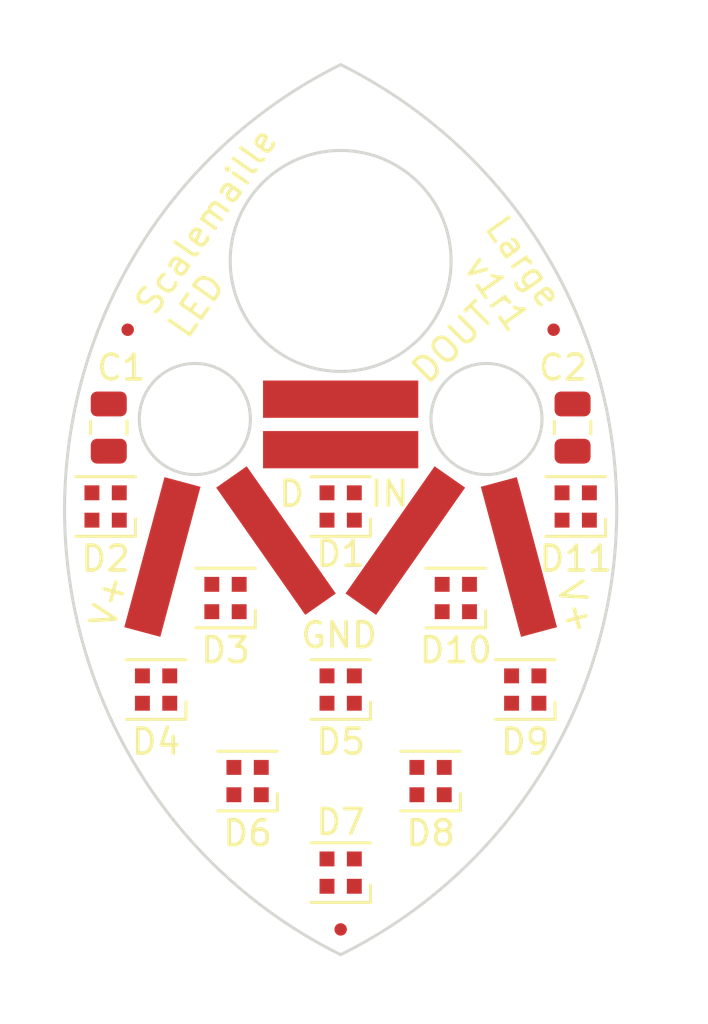
<source format=kicad_pcb>
(kicad_pcb (version 20210228) (generator pcbnew)
  (title_block (title "CCA Voice") (date "2021-05-01") (rev "v1r0") (company "MWS Fabrication"))
  (layers (0 "F.Cu" signal) (31 "B.Cu" signal) (34 "B.Paste" user) (35 "F.Paste" user) (36 "B.SilkS" user "B.Silkscreen") (37 "F.SilkS" user "F.Silkscreen") (38 "B.Mask" user) (39 "F.Mask" user) (44 "Edge.Cuts" user))
  (net 0 "")
  (net 1 "GND")
  (net 2 "/DIN")
  (net 3 "VCC")
  (net 4 "Net-(D1-Pad2)")
  (net 8 "Net-(D8-Pad4)")
  (net 10 "/DOUT")
  (net 14 "Net-(D10-Pad2)")
  (footprint "SMT_24AWG_Pad:SMT_24AWG_Pad" (layer "F.Cu") (at 33.909 44.5516 -55)
    (fp_text reference "TP1")
    (fp_text value "GND")
    (pad "1" smd rect (at 0 0 305) (size 6.25 1.5) (layers "F.Cu" "F.Paste" "F.Mask") (net 1 "GND"))
  )
  (footprint "SK6805_2020:LED_SK6805_2.0x2.0mm" (layer "F.Cu") (at 32.766 54.229)
    (fp_text reference "D6" (at 0 2.1 180) (layer "F.SilkS"))
    (fp_text value "SK6805")
    (fp_line (start -1.2 1.2) (end 1.2 1.2) (layer "F.SilkS") (width 0.12))
    (fp_line (start 1.2 1.2) (end 1.2 0.5) (layer "F.SilkS") (width 0.12))
    (fp_line (start -1.2 -1.2) (end 1.2 -1.2) (layer "F.SilkS") (width 0.12))
    (pad "1" smd rect (at 0.55 0.55) (size 0.6 0.6) (layers "F.Cu" "F.Paste" "F.Mask") (net 3 "VCC"))
    (pad "2" smd rect (at 0.55 -0.55) (size 0.6 0.6) (layers "F.Cu" "F.Paste" "F.Mask"))
    (pad "3" smd rect (at -0.55 -0.55) (size 0.6 0.6) (layers "F.Cu" "F.Paste" "F.Mask") (net 1 "GND"))
    (pad "4" smd rect (at -0.55 0.55) (size 0.6 0.6) (layers "F.Cu" "F.Paste" "F.Mask") (net 8 "Net-(D8-Pad4)"))
  )
  (footprint "SMT_24AWG_Pad:SMT_24AWG_Pad" (layer "F.Cu") (at 36.5125 38.862)
    (fp_text reference "TP6")
    (fp_text value "DOUT" (at 4.5085 -2.286 45 unlocked) (layer "F.SilkS"))
    (pad "1" smd rect (at 0 0) (size 6.25 1.5) (layers "F.Cu" "F.Paste" "F.Mask") (net 10 "/DOUT"))
  )
  (footprint "SMT_24AWG_Pad:SMT_24AWG_Pad" (layer "F.Cu") (at 29.337 45.212 75)
    (fp_text reference "TP4")
    (fp_text value "V+" (at -2.276206 -1.625254 75 unlocked) (layer "F.SilkS"))
    (pad "1" smd rect (at 0 0 75) (size 6.25 1.5) (layers "F.Cu" "F.Paste" "F.Mask") (net 3 "VCC"))
  )
  (footprint "Fiducial:Fiducial_0.5mm_Mask1mm" (layer "F.Cu") (at 27.94 36.068)
    (fp_text reference "FID2")
    (fp_text value "Fiducial")
    (pad "" smd circle (at 0 0) (size 0.5 0.5) (layers "F.Cu" "F.Mask") (clearance 0.25))
  )
  (footprint "SK6805_2020:LED_SK6805_2.0x2.0mm" (layer "F.Cu") (at 31.877 46.863)
    (fp_text reference "D3" (at 0 2.1 180) (layer "F.SilkS"))
    (fp_text value "SK6805")
    (fp_line (start -1.2 -1.2) (end 1.2 -1.2) (layer "F.SilkS") (width 0.12))
    (fp_line (start -1.2 1.2) (end 1.2 1.2) (layer "F.SilkS") (width 0.12))
    (fp_line (start 1.2 1.2) (end 1.2 0.5) (layer "F.SilkS") (width 0.12))
    (pad "1" smd rect (at 0.55 0.55) (size 0.6 0.6) (layers "F.Cu" "F.Paste" "F.Mask") (net 3 "VCC"))
    (pad "2" smd rect (at 0.55 -0.55) (size 0.6 0.6) (layers "F.Cu" "F.Paste" "F.Mask"))
    (pad "3" smd rect (at -0.55 -0.55) (size 0.6 0.6) (layers "F.Cu" "F.Paste" "F.Mask") (net 1 "GND"))
    (pad "4" smd rect (at -0.55 0.55) (size 0.6 0.6) (layers "F.Cu" "F.Paste" "F.Mask") (net 2 "/DIN"))
  )
  (footprint "Capacitor_SMD:C_0805_2012Metric" (layer "F.Cu") (at 45.847 40.005 -90)
    (fp_text reference "C2" (at -2.413 0.381 180) (layer "F.SilkS"))
    (fp_text value "C_Small")
    (fp_line (start -0.261252 -0.735) (end 0.261252 -0.735) (layer "F.SilkS") (width 0.12))
    (fp_line (start -0.261252 0.735) (end 0.261252 0.735) (layer "F.SilkS") (width 0.12))
    (pad "1" smd roundrect (at -0.95 0 270) (size 1 1.45) (layers "F.Cu" "F.Paste" "F.Mask") (net 3 "VCC"))
    (pad "2" smd roundrect (at 0.95 0 270) (size 1 1.45) (layers "F.Cu" "F.Paste" "F.Mask") (net 1 "GND"))
  )
  (footprint "SK6805_2020:LED_SK6805_2.0x2.0mm" (layer "F.Cu") (at 40.132 54.229)
    (fp_text reference "D8" (at 0 2.1 180) (layer "F.SilkS"))
    (fp_text value "SK6805")
    (fp_line (start -1.2 1.2) (end 1.2 1.2) (layer "F.SilkS") (width 0.12))
    (fp_line (start -1.2 -1.2) (end 1.2 -1.2) (layer "F.SilkS") (width 0.12))
    (fp_line (start 1.2 1.2) (end 1.2 0.5) (layer "F.SilkS") (width 0.12))
    (pad "1" smd rect (at 0.55 0.55) (size 0.6 0.6) (layers "F.Cu" "F.Paste" "F.Mask") (net 3 "VCC"))
    (pad "2" smd rect (at 0.55 -0.55) (size 0.6 0.6) (layers "F.Cu" "F.Paste" "F.Mask"))
    (pad "3" smd rect (at -0.55 -0.55) (size 0.6 0.6) (layers "F.Cu" "F.Paste" "F.Mask") (net 1 "GND"))
    (pad "4" smd rect (at -0.55 0.55) (size 0.6 0.6) (layers "F.Cu" "F.Paste" "F.Mask") (net 8 "Net-(D8-Pad4)"))
  )
  (footprint "SK6805_2020:LED_SK6805_2.0x2.0mm" (layer "F.Cu") (at 27.051 43.18)
    (fp_text reference "D2" (at 0 2.1 180) (layer "F.SilkS"))
    (fp_text value "SK6805")
    (fp_line (start 1.2 1.2) (end 1.2 0.5) (layer "F.SilkS") (width 0.12))
    (fp_line (start -1.2 -1.2) (end 1.2 -1.2) (layer "F.SilkS") (width 0.12))
    (fp_line (start -1.2 1.2) (end 1.2 1.2) (layer "F.SilkS") (width 0.12))
    (pad "1" smd rect (at 0.55 0.55) (size 0.6 0.6) (layers "F.Cu" "F.Paste" "F.Mask") (net 3 "VCC"))
    (pad "2" smd rect (at 0.55 -0.55) (size 0.6 0.6) (layers "F.Cu" "F.Paste" "F.Mask"))
    (pad "3" smd rect (at -0.55 -0.55) (size 0.6 0.6) (layers "F.Cu" "F.Paste" "F.Mask") (net 1 "GND"))
    (pad "4" smd rect (at -0.55 0.55) (size 0.6 0.6) (layers "F.Cu" "F.Paste" "F.Mask") (net 4 "Net-(D1-Pad2)"))
  )
  (footprint "SK6805_2020:LED_SK6805_2.0x2.0mm" (layer "F.Cu") (at 36.5125 50.546)
    (fp_text reference "D5" (at 0 2.1 180) (layer "F.SilkS"))
    (fp_text value "SK6805")
    (fp_line (start -1.2 -1.2) (end 1.2 -1.2) (layer "F.SilkS") (width 0.12))
    (fp_line (start -1.2 1.2) (end 1.2 1.2) (layer "F.SilkS") (width 0.12))
    (fp_line (start 1.2 1.2) (end 1.2 0.5) (layer "F.SilkS") (width 0.12))
    (pad "1" smd rect (at 0.55 0.55) (size 0.6 0.6) (layers "F.Cu" "F.Paste" "F.Mask") (net 3 "VCC"))
    (pad "2" smd rect (at 0.55 -0.55) (size 0.6 0.6) (layers "F.Cu" "F.Paste" "F.Mask") (net 8 "Net-(D8-Pad4)"))
    (pad "3" smd rect (at -0.55 -0.55) (size 0.6 0.6) (layers "F.Cu" "F.Paste" "F.Mask") (net 1 "GND"))
    (pad "4" smd rect (at -0.55 0.55) (size 0.6 0.6) (layers "F.Cu" "F.Paste" "F.Mask") (net 2 "/DIN"))
  )
  (footprint "SMT_24AWG_Pad:SMT_24AWG_Pad" (layer "F.Cu") (at 36.5125 40.894)
    (fp_text reference "TP5")
    (fp_text value "DIN")
    (pad "1" smd rect (at 0 0) (size 6.25 1.5) (layers "F.Cu" "F.Paste" "F.Mask") (net 2 "/DIN"))
  )
  (footprint "SK6805_2020:LED_SK6805_2.0x2.0mm" (layer "F.Cu") (at 43.942 50.546)
    (fp_text reference "D9" (at 0 2.1 180) (layer "F.SilkS"))
    (fp_text value "SK6805")
    (fp_line (start -1.2 -1.2) (end 1.2 -1.2) (layer "F.SilkS") (width 0.12))
    (fp_line (start 1.2 1.2) (end 1.2 0.5) (layer "F.SilkS") (width 0.12))
    (fp_line (start -1.2 1.2) (end 1.2 1.2) (layer "F.SilkS") (width 0.12))
    (pad "1" smd rect (at 0.55 0.55) (size 0.6 0.6) (layers "F.Cu" "F.Paste" "F.Mask") (net 3 "VCC"))
    (pad "2" smd rect (at 0.55 -0.55) (size 0.6 0.6) (layers "F.Cu" "F.Paste" "F.Mask") (net 10 "/DOUT"))
    (pad "3" smd rect (at -0.55 -0.55) (size 0.6 0.6) (layers "F.Cu" "F.Paste" "F.Mask") (net 1 "GND"))
    (pad "4" smd rect (at -0.55 0.55) (size 0.6 0.6) (layers "F.Cu" "F.Paste" "F.Mask") (net 8 "Net-(D8-Pad4)"))
  )
  (footprint "Capacitor_SMD:C_0805_2012Metric" (layer "F.Cu") (at 27.178 40.005 -90)
    (fp_text reference "C1" (at -2.413 -0.508 180) (layer "F.SilkS"))
    (fp_text value "C_Small")
    (fp_line (start -0.261252 0.735) (end 0.261252 0.735) (layer "F.SilkS") (width 0.12))
    (fp_line (start -0.261252 -0.735) (end 0.261252 -0.735) (layer "F.SilkS") (width 0.12))
    (pad "1" smd roundrect (at -0.95 0 270) (size 1 1.45) (layers "F.Cu" "F.Paste" "F.Mask") (net 3 "VCC"))
    (pad "2" smd roundrect (at 0.95 0 270) (size 1 1.45) (layers "F.Cu" "F.Paste" "F.Mask") (net 1 "GND"))
  )
  (footprint "SK6805_2020:LED_SK6805_2.0x2.0mm" (layer "F.Cu") (at 29.083 50.546)
    (fp_text reference "D4" (at 0 2.1 180) (layer "F.SilkS"))
    (fp_text value "SK6805")
    (fp_line (start -1.2 1.2) (end 1.2 1.2) (layer "F.SilkS") (width 0.12))
    (fp_line (start -1.2 -1.2) (end 1.2 -1.2) (layer "F.SilkS") (width 0.12))
    (fp_line (start 1.2 1.2) (end 1.2 0.5) (layer "F.SilkS") (width 0.12))
    (pad "1" smd rect (at 0.55 0.55) (size 0.6 0.6) (layers "F.Cu" "F.Paste" "F.Mask") (net 3 "VCC"))
    (pad "2" smd rect (at 0.55 -0.55) (size 0.6 0.6) (layers "F.Cu" "F.Paste" "F.Mask"))
    (pad "3" smd rect (at -0.55 -0.55) (size 0.6 0.6) (layers "F.Cu" "F.Paste" "F.Mask") (net 1 "GND"))
    (pad "4" smd rect (at -0.55 0.55) (size 0.6 0.6) (layers "F.Cu" "F.Paste" "F.Mask") (net 8 "Net-(D8-Pad4)"))
  )
  (footprint "SK6805_2020:LED_SK6805_2.0x2.0mm" (layer "F.Cu") (at 41.148 46.863)
    (fp_text reference "D10" (at 0 2.1 180) (layer "F.SilkS"))
    (fp_text value "SK6805")
    (fp_line (start -1.2 1.2) (end 1.2 1.2) (layer "F.SilkS") (width 0.12))
    (fp_line (start 1.2 1.2) (end 1.2 0.5) (layer "F.SilkS") (width 0.12))
    (fp_line (start -1.2 -1.2) (end 1.2 -1.2) (layer "F.SilkS") (width 0.12))
    (pad "1" smd rect (at 0.55 0.55) (size 0.6 0.6) (layers "F.Cu" "F.Paste" "F.Mask") (net 3 "VCC"))
    (pad "2" smd rect (at 0.55 -0.55) (size 0.6 0.6) (layers "F.Cu" "F.Paste" "F.Mask") (net 14 "Net-(D10-Pad2)"))
    (pad "3" smd rect (at -0.55 -0.55) (size 0.6 0.6) (layers "F.Cu" "F.Paste" "F.Mask") (net 1 "GND"))
    (pad "4" smd rect (at -0.55 0.55) (size 0.6 0.6) (layers "F.Cu" "F.Paste" "F.Mask") (net 2 "/DIN"))
  )
  (footprint "Fiducial:Fiducial_0.5mm_Mask1mm" (layer "F.Cu") (at 36.5125 60.198)
    (fp_text reference "FID1")
    (fp_text value "Fiducial")
    (pad "" smd circle (at 0 0) (size 0.5 0.5) (layers "F.Cu" "F.Mask") (clearance 0.25))
  )
  (footprint "SK6805_2020:LED_SK6805_2.0x2.0mm" (layer "F.Cu") (at 36.5125 43.18)
    (fp_text reference "D1" (at 0 1.905 180) (layer "F.SilkS"))
    (fp_text value "SK6805")
    (fp_line (start -1.2 1.2) (end 1.2 1.2) (layer "F.SilkS") (width 0.12))
    (fp_line (start 1.2 1.2) (end 1.2 0.5) (layer "F.SilkS") (width 0.12))
    (fp_line (start -1.2 -1.2) (end 1.2 -1.2) (layer "F.SilkS") (width 0.12))
    (pad "1" smd rect (at 0.55 0.55) (size 0.6 0.6) (layers "F.Cu" "F.Paste" "F.Mask") (net 3 "VCC"))
    (pad "2" smd rect (at 0.55 -0.55) (size 0.6 0.6) (layers "F.Cu" "F.Paste" "F.Mask") (net 4 "Net-(D1-Pad2)"))
    (pad "3" smd rect (at -0.55 -0.55) (size 0.6 0.6) (layers "F.Cu" "F.Paste" "F.Mask") (net 1 "GND"))
    (pad "4" smd rect (at -0.55 0.55) (size 0.6 0.6) (layers "F.Cu" "F.Paste" "F.Mask") (net 2 "/DIN"))
  )
  (footprint "SMT_24AWG_Pad:SMT_24AWG_Pad" (layer "F.Cu") (at 43.688 45.212 -75)
    (fp_text reference "TP3")
    (fp_text value "V+" (at 2.554422 -1.682186 -75 unlocked) (layer "F.SilkS"))
    (pad "1" smd rect (at 0 0 285) (size 6.25 1.5) (layers "F.Cu" "F.Paste" "F.Mask") (net 3 "VCC"))
  )
  (footprint "Fiducial:Fiducial_0.5mm_Mask1mm" (layer "F.Cu") (at 45.085 36.068)
    (fp_text reference "FID3")
    (fp_text value "Fiducial")
    (pad "" smd circle (at 0 0) (size 0.5 0.5) (layers "F.Cu" "F.Mask") (clearance 0.25))
  )
  (footprint "SK6805_2020:LED_SK6805_2.0x2.0mm" (layer "F.Cu") (at 36.5125 57.912)
    (fp_text reference "D7" (at 0 -2.032 180) (layer "F.SilkS"))
    (fp_text value "SK6805")
    (fp_line (start -1.2 1.2) (end 1.2 1.2) (layer "F.SilkS") (width 0.12))
    (fp_line (start -1.2 -1.2) (end 1.2 -1.2) (layer "F.SilkS") (width 0.12))
    (fp_line (start 1.2 1.2) (end 1.2 0.5) (layer "F.SilkS") (width 0.12))
    (pad "1" smd rect (at 0.55 0.55) (size 0.6 0.6) (layers "F.Cu" "F.Paste" "F.Mask") (net 3 "VCC"))
    (pad "2" smd rect (at 0.55 -0.55) (size 0.6 0.6) (layers "F.Cu" "F.Paste" "F.Mask"))
    (pad "3" smd rect (at -0.55 -0.55) (size 0.6 0.6) (layers "F.Cu" "F.Paste" "F.Mask") (net 1 "GND"))
    (pad "4" smd rect (at -0.55 0.55) (size 0.6 0.6) (layers "F.Cu" "F.Paste" "F.Mask") (net 8 "Net-(D8-Pad4)"))
  )
  (footprint "SK6805_2020:LED_SK6805_2.0x2.0mm" (layer "F.Cu") (at 45.974 43.18)
    (fp_text reference "D11" (at 0 2.1 180) (layer "F.SilkS"))
    (fp_text value "SK6805")
    (fp_line (start -1.2 -1.2) (end 1.2 -1.2) (layer "F.SilkS") (width 0.12))
    (fp_line (start -1.2 1.2) (end 1.2 1.2) (layer "F.SilkS") (width 0.12))
    (fp_line (start 1.2 1.2) (end 1.2 0.5) (layer "F.SilkS") (width 0.12))
    (pad "1" smd rect (at 0.55 0.55) (size 0.6 0.6) (layers "F.Cu" "F.Paste" "F.Mask") (net 3 "VCC"))
    (pad "2" smd rect (at 0.55 -0.55) (size 0.6 0.6) (layers "F.Cu" "F.Paste" "F.Mask"))
    (pad "3" smd rect (at -0.55 -0.55) (size 0.6 0.6) (layers "F.Cu" "F.Paste" "F.Mask") (net 1 "GND"))
    (pad "4" smd rect (at -0.55 0.55) (size 0.6 0.6) (layers "F.Cu" "F.Paste" "F.Mask") (net 14 "Net-(D10-Pad2)"))
  )
  (footprint "SMT_24AWG_Pad:SMT_24AWG_Pad" (layer "F.Cu") (at 39.116 44.5516 55)
    (fp_text reference "TP2")
    (fp_text value "GND" (at -4.650698 0.000648 unlocked) (layer "F.SilkS"))
    (pad "1" smd rect (at 0 0 55) (size 6.25 1.5) (layers "F.Cu" "F.Paste" "F.Mask") (net 1 "GND"))
  )
  (gr_arc (start 45.382143 43.307) (end 36.5125 25.4) (angle -127.3) (layer "Edge.Cuts") (width 0.12))
  (gr_circle (center 42.382008 39.659992) (end 44.617208 39.659992) (layer "Edge.Cuts") (width 0.12) (fill none))
  (gr_circle (center 30.642992 39.659992) (end 32.878192 39.659992) (layer "Edge.Cuts") (width 0.12) (fill none))
  (gr_circle (center 36.5125 33.3) (end 40.9575 33.3) (layer "Edge.Cuts") (width 0.12) (fill none))
  (gr_arc (start 27.642857 43.307) (end 36.5125 25.4) (angle 127.3) (layer "Edge.Cuts") (width 0.12))
  (gr_text "Scalemaille\nLED" (at 29.21 35.814 55) (layer "F.SilkS") (effects (font (size 1 1)) (justify left)))
  (gr_text "Large\nv1r1" (at 44.45 35.56 -55) (layer "F.SilkS") (effects (font (size 1 1)) (justify right)))
  (gr_text "IN" (at 38.481 42.672) (layer "F.SilkS") (effects (font (size 1 1))))
  (gr_text "D" (at 34.544 42.672) (layer "F.SilkS") (effects (font (size 1 1))))
)
</source>
